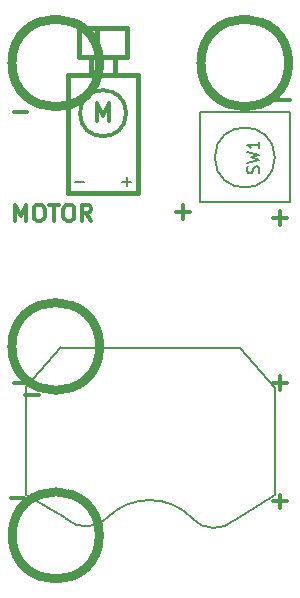
<source format=gto>
G04 #@! TF.FileFunction,Legend,Top*
%FSLAX46Y46*%
G04 Gerber Fmt 4.6, Leading zero omitted, Abs format (unit mm)*
G04 Created by KiCad (PCBNEW (2015-08-15 BZR 6092)-product) date 2/28/2016 1:55:58 PM*
%MOMM*%
G01*
G04 APERTURE LIST*
%ADD10C,0.100000*%
%ADD11C,0.300000*%
%ADD12C,0.800000*%
%ADD13C,0.400000*%
%ADD14C,0.150000*%
G04 APERTURE END LIST*
D10*
D11*
X144583333Y-77383333D02*
X144583333Y-75983333D01*
X145050000Y-76983333D01*
X145516667Y-75983333D01*
X145516667Y-77383333D01*
X146450000Y-75983333D02*
X146716667Y-75983333D01*
X146850000Y-76050000D01*
X146983333Y-76183333D01*
X147050000Y-76450000D01*
X147050000Y-76916667D01*
X146983333Y-77183333D01*
X146850000Y-77316667D01*
X146716667Y-77383333D01*
X146450000Y-77383333D01*
X146316667Y-77316667D01*
X146183333Y-77183333D01*
X146116667Y-76916667D01*
X146116667Y-76450000D01*
X146183333Y-76183333D01*
X146316667Y-76050000D01*
X146450000Y-75983333D01*
X147450000Y-75983333D02*
X148250000Y-75983333D01*
X147850000Y-77383333D02*
X147850000Y-75983333D01*
X148983334Y-75983333D02*
X149250001Y-75983333D01*
X149383334Y-76050000D01*
X149516667Y-76183333D01*
X149583334Y-76450000D01*
X149583334Y-76916667D01*
X149516667Y-77183333D01*
X149383334Y-77316667D01*
X149250001Y-77383333D01*
X148983334Y-77383333D01*
X148850001Y-77316667D01*
X148716667Y-77183333D01*
X148650001Y-76916667D01*
X148650001Y-76450000D01*
X148716667Y-76183333D01*
X148850001Y-76050000D01*
X148983334Y-75983333D01*
X150983334Y-77383333D02*
X150516668Y-76716667D01*
X150183334Y-77383333D02*
X150183334Y-75983333D01*
X150716668Y-75983333D01*
X150850001Y-76050000D01*
X150916668Y-76116667D01*
X150983334Y-76250000D01*
X150983334Y-76450000D01*
X150916668Y-76583333D01*
X150850001Y-76650000D01*
X150716668Y-76716667D01*
X150183334Y-76716667D01*
X153952562Y-68250000D02*
G75*
G03X153952562Y-68250000I-1952562J0D01*
G01*
X151500000Y-68928571D02*
X151500000Y-67428571D01*
X152000000Y-68500000D01*
X152500000Y-67428571D01*
X152500000Y-68928571D01*
D12*
X151691206Y-104000000D02*
G75*
G03X151691206Y-104000000I-3691206J0D01*
G01*
X151716517Y-88000000D02*
G75*
G03X151716517Y-88000000I-3716517J0D01*
G01*
X167716517Y-64000000D02*
G75*
G03X167716517Y-64000000I-3716517J0D01*
G01*
X151716517Y-64000000D02*
G75*
G03X151716517Y-64000000I-3716517J0D01*
G01*
D11*
X158178572Y-76607143D02*
X159321429Y-76607143D01*
X158750000Y-77178571D02*
X158750000Y-76035714D01*
X144428572Y-68107143D02*
X145571429Y-68107143D01*
X166678572Y-67107143D02*
X167821429Y-67107143D01*
X166428572Y-77107143D02*
X167571429Y-77107143D01*
X167000000Y-77678571D02*
X167000000Y-76535714D01*
X144428572Y-91107143D02*
X145571429Y-91107143D01*
X145428572Y-92107143D02*
X146571429Y-92107143D01*
X144178572Y-100857143D02*
X145321429Y-100857143D01*
X166428572Y-91107143D02*
X167571429Y-91107143D01*
X167000000Y-91678571D02*
X167000000Y-90535714D01*
X166428572Y-101107143D02*
X167571429Y-101107143D01*
X167000000Y-101678571D02*
X167000000Y-100535714D01*
D13*
X151500000Y-63500000D02*
X151500000Y-61000000D01*
X153000000Y-63500000D02*
X154000000Y-63500000D01*
X154000000Y-63500000D02*
X154000000Y-61000000D01*
X154000000Y-61000000D02*
X150000000Y-61000000D01*
X150000000Y-61000000D02*
X150000000Y-63500000D01*
X150000000Y-63500000D02*
X151000000Y-63500000D01*
X153000000Y-65000000D02*
X153000000Y-63500000D01*
X153000000Y-63500000D02*
X151000000Y-63500000D01*
X151000000Y-63500000D02*
X151000000Y-65000000D01*
X155000000Y-75000000D02*
X155000000Y-65000000D01*
X155000000Y-65000000D02*
X149000000Y-65000000D01*
X149000000Y-65000000D02*
X149000000Y-75000000D01*
X149000000Y-75000000D02*
X155000000Y-75000000D01*
D14*
X148824500Y-102540500D02*
X145459000Y-100572000D01*
X163175500Y-102667500D02*
X166541000Y-100572000D01*
X148799100Y-102540500D02*
G75*
G03X152482100Y-102413500I1778000J1905000D01*
G01*
X159505200Y-102540500D02*
G75*
G03X163188200Y-102667500I1905000J1778000D01*
G01*
X159556000Y-102540500D02*
G75*
G03X152444000Y-102413500I-3619500J-3492500D01*
G01*
X163620000Y-88126000D02*
X166541000Y-91491500D01*
X145459000Y-91428000D02*
X148443500Y-88062500D01*
X148380000Y-88126000D02*
X163620000Y-88126000D01*
X145459000Y-100572000D02*
X145459000Y-91428000D01*
X166541000Y-100572000D02*
X166541000Y-91428000D01*
X166540000Y-72000000D02*
G75*
G03X166540000Y-72000000I-2540000J0D01*
G01*
X167810000Y-68190000D02*
X167810000Y-75810000D01*
X167810000Y-75810000D02*
X160190000Y-75810000D01*
X160190000Y-75810000D02*
X160190000Y-68190000D01*
X167810000Y-68190000D02*
X160190000Y-68190000D01*
X149619048Y-74071429D02*
X150380953Y-74071429D01*
X153619048Y-74071429D02*
X154380953Y-74071429D01*
X154000001Y-74452381D02*
X154000001Y-73690476D01*
X165166762Y-73333333D02*
X165214381Y-73190476D01*
X165214381Y-72952380D01*
X165166762Y-72857142D01*
X165119143Y-72809523D01*
X165023905Y-72761904D01*
X164928667Y-72761904D01*
X164833429Y-72809523D01*
X164785810Y-72857142D01*
X164738190Y-72952380D01*
X164690571Y-73142857D01*
X164642952Y-73238095D01*
X164595333Y-73285714D01*
X164500095Y-73333333D01*
X164404857Y-73333333D01*
X164309619Y-73285714D01*
X164262000Y-73238095D01*
X164214381Y-73142857D01*
X164214381Y-72904761D01*
X164262000Y-72761904D01*
X164214381Y-72428571D02*
X165214381Y-72190476D01*
X164500095Y-71999999D01*
X165214381Y-71809523D01*
X164214381Y-71571428D01*
X165214381Y-70666666D02*
X165214381Y-71238095D01*
X165214381Y-70952381D02*
X164214381Y-70952381D01*
X164357238Y-71047619D01*
X164452476Y-71142857D01*
X164500095Y-71238095D01*
M02*

</source>
